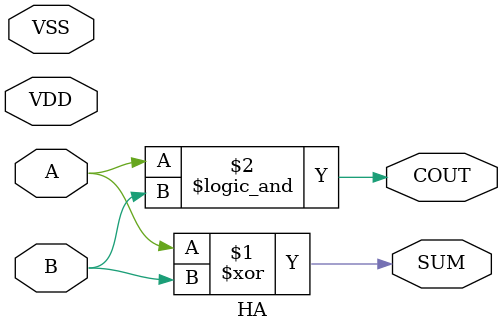
<source format=v>
module HA(COUT, SUM, A, B, VDD, VSS );
  input A, B;
  output COUT, SUM;
  inout VDD, VSS;

  assign SUM=A ^ B;
  assign COUT=A && B;
endmodule

</source>
